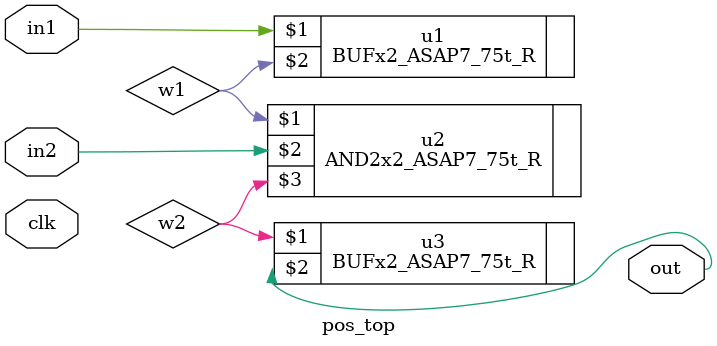
<source format=v>
module pos_top (input in1, input in2, input clk, output out);
  wire w1, w2;
  // Positional connections: A, Y (not .A(in1), .Y(w1))
  BUFx2_ASAP7_75t_R u1 (in1, w1);
  AND2x2_ASAP7_75t_R u2 (w1, in2, w2);
  BUFx2_ASAP7_75t_R u3 (w2, out);
endmodule

</source>
